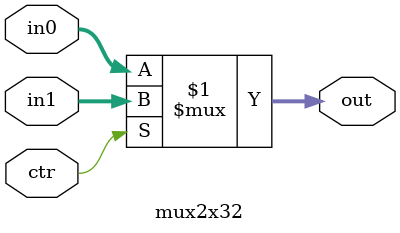
<source format=v>
/*
该模块为32位2选1选择器
输入有 in0, in1(32位 待选数据); ctr(1位 选择信号)
输出有 out(32位 选择的数据)
*/
module mux2x32(in0, in1, ctr, out);
input [31:0] in1, in0;
input ctr;
output [31:0] out;
assign out = ctr?in1:in0;
endmodule
</source>
